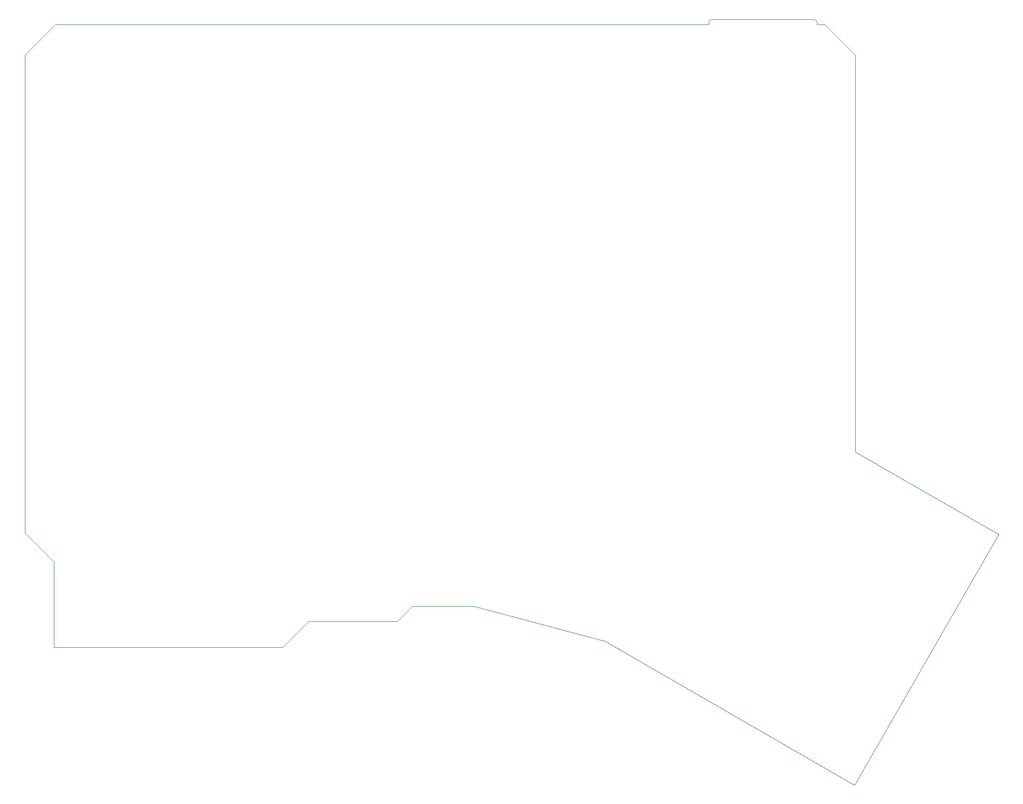
<source format=gm1>
G04 #@! TF.GenerationSoftware,KiCad,Pcbnew,(6.0.5-0)*
G04 #@! TF.CreationDate,2022-05-24T21:59:09-05:00*
G04 #@! TF.ProjectId,redox_rev2_recovery,7265646f-785f-4726-9576-325f7265636f,1.0*
G04 #@! TF.SameCoordinates,Original*
G04 #@! TF.FileFunction,Profile,NP*
%FSLAX46Y46*%
G04 Gerber Fmt 4.6, Leading zero omitted, Abs format (unit mm)*
G04 Created by KiCad (PCBNEW (6.0.5-0)) date 2022-05-24 21:59:09*
%MOMM*%
%LPD*%
G01*
G04 APERTURE LIST*
G04 #@! TA.AperFunction,Profile*
%ADD10C,0.100000*%
G04 #@! TD*
G04 APERTURE END LIST*
D10*
X126746000Y-148082000D02*
X141478000Y-148082000D01*
X211438000Y-48440000D02*
X211438000Y-48768000D01*
X217805000Y-64008000D02*
X217805000Y-119888000D01*
X193938000Y-47940001D02*
G75*
G03*
X193438001Y-48439999I0J-499999D01*
G01*
X217805000Y-53848000D02*
X212725000Y-48768000D01*
X141478000Y-148082000D02*
X144018000Y-145542000D01*
X79502000Y-133350000D02*
X84328000Y-138176000D01*
X79502000Y-53848000D02*
X79502000Y-57150000D01*
X193438000Y-48768000D02*
X84582000Y-48768000D01*
X217551000Y-175260000D02*
X176149000Y-151384000D01*
X217805000Y-53848000D02*
X217805000Y-64008000D01*
X79502000Y-57150000D02*
X79502000Y-133350000D01*
X211438000Y-48440000D02*
G75*
G03*
X210938000Y-47940000I-500000J0D01*
G01*
X79502000Y-53848000D02*
X84582000Y-48768000D01*
X176149000Y-151384000D02*
X154178000Y-145542000D01*
X84328000Y-138176000D02*
X84328000Y-152400000D01*
X84328000Y-152400000D02*
X122428000Y-152400000D01*
X193938000Y-47940000D02*
X210938000Y-47940000D01*
X217805000Y-119888000D02*
X241681000Y-133604000D01*
X193438000Y-48768000D02*
X193438000Y-48440000D01*
X217678000Y-175260000D02*
X241681000Y-133604000D01*
X217551000Y-175260000D02*
X217678000Y-175260000D01*
X122428000Y-152400000D02*
X126746000Y-148082000D01*
X154178000Y-145542000D02*
X144018000Y-145542000D01*
X212725000Y-48768000D02*
X211438000Y-48768000D01*
M02*

</source>
